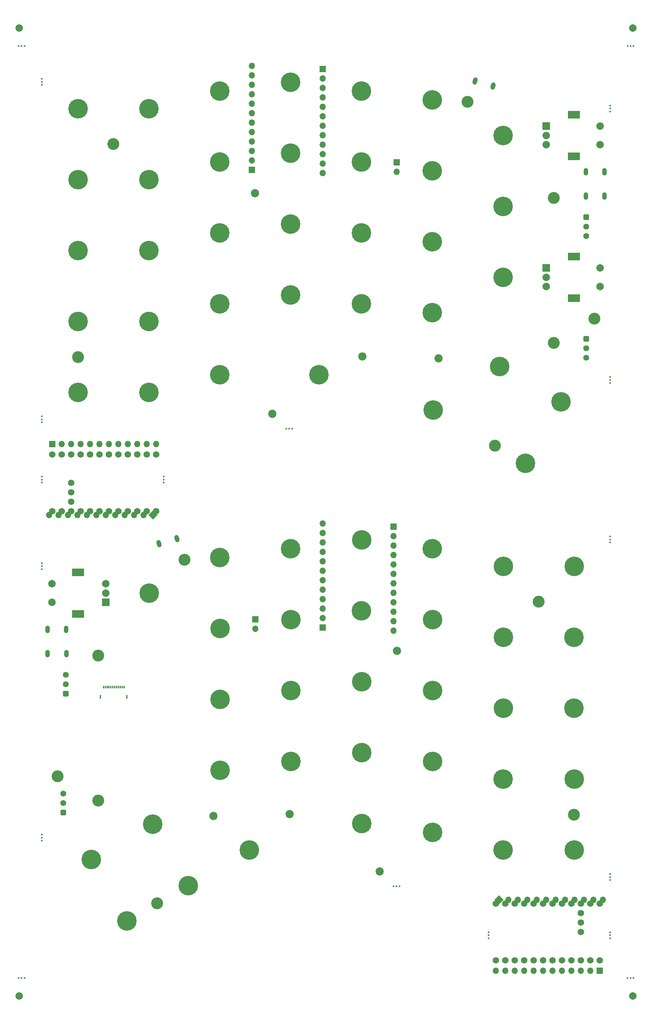
<source format=gbr>
%TF.GenerationSoftware,KiCad,Pcbnew,7.0.8*%
%TF.CreationDate,2024-02-17T13:20:42-05:00*%
%TF.ProjectId,ergothwack,6572676f-7468-4776-9163-6b2e6b696361,rev?*%
%TF.SameCoordinates,Original*%
%TF.FileFunction,Soldermask,Top*%
%TF.FilePolarity,Negative*%
%FSLAX46Y46*%
G04 Gerber Fmt 4.6, Leading zero omitted, Abs format (unit mm)*
G04 Created by KiCad (PCBNEW 7.0.8) date 2024-02-17 13:20:42*
%MOMM*%
%LPD*%
G01*
G04 APERTURE LIST*
G04 Aperture macros list*
%AMRoundRect*
0 Rectangle with rounded corners*
0 $1 Rounding radius*
0 $2 $3 $4 $5 $6 $7 $8 $9 X,Y pos of 4 corners*
0 Add a 4 corners polygon primitive as box body*
4,1,4,$2,$3,$4,$5,$6,$7,$8,$9,$2,$3,0*
0 Add four circle primitives for the rounded corners*
1,1,$1+$1,$2,$3*
1,1,$1+$1,$4,$5*
1,1,$1+$1,$6,$7*
1,1,$1+$1,$8,$9*
0 Add four rect primitives between the rounded corners*
20,1,$1+$1,$2,$3,$4,$5,0*
20,1,$1+$1,$4,$5,$6,$7,0*
20,1,$1+$1,$6,$7,$8,$9,0*
20,1,$1+$1,$8,$9,$2,$3,0*%
%AMHorizOval*
0 Thick line with rounded ends*
0 $1 width*
0 $2 $3 position (X,Y) of the first rounded end (center of the circle)*
0 $4 $5 position (X,Y) of the second rounded end (center of the circle)*
0 Add line between two ends*
20,1,$1,$2,$3,$4,$5,0*
0 Add two circle primitives to create the rounded ends*
1,1,$1,$2,$3*
1,1,$1,$4,$5*%
%AMRotRect*
0 Rectangle, with rotation*
0 The origin of the aperture is its center*
0 $1 length*
0 $2 width*
0 $3 Rotation angle, in degrees counterclockwise*
0 Add horizontal line*
21,1,$1,$2,0,0,$3*%
G04 Aperture macros list end*
%ADD10C,2.000000*%
%ADD11C,0.500000*%
%ADD12R,1.700000X1.700000*%
%ADD13O,1.700000X1.700000*%
%ADD14RotRect,1.700000X1.700000X135.000000*%
%ADD15RotRect,1.700000X1.700000X315.000000*%
%ADD16C,1.752600*%
%ADD17C,5.250000*%
%ADD18R,0.300000X0.700000*%
%ADD19R,0.300000X1.000000*%
%ADD20C,3.200000*%
%ADD21C,2.200000*%
%ADD22HorizOval,1.250000X-0.097057X0.362222X0.097057X-0.362222X0*%
%ADD23C,1.600000*%
%ADD24RoundRect,0.400000X0.400000X0.400000X-0.400000X0.400000X-0.400000X-0.400000X0.400000X-0.400000X0*%
%ADD25O,1.250000X2.000000*%
%ADD26RoundRect,0.400000X-0.400000X-0.400000X0.400000X-0.400000X0.400000X0.400000X-0.400000X0.400000X0*%
%ADD27R,2.000000X2.000000*%
%ADD28R,3.200000X2.000000*%
%ADD29HorizOval,1.250000X-0.097057X-0.362222X0.097057X0.362222X0*%
G04 APERTURE END LIST*
D10*
%TO.C,REF\u002A\u002A*%
X180500000Y-8000000D03*
%TD*%
%TO.C,REF\u002A\u002A*%
X15500000Y-8000000D03*
%TD*%
%TO.C,REF\u002A\u002A*%
X15500000Y-268000000D03*
%TD*%
%TO.C,REF\u002A\u002A*%
X180500000Y-268000000D03*
%TD*%
D11*
%TO.C,mouse-bite-2.54mm-slot*%
X179100000Y-263160000D03*
X179900000Y-263160000D03*
X180700000Y-263160000D03*
%TD*%
%TO.C,mouse-bite-2.54mm-slot*%
X15310000Y-263165000D03*
X16110000Y-263165000D03*
X16910000Y-263165000D03*
%TD*%
%TO.C,mouse-bite-2.54mm-slot*%
X180710000Y-12830000D03*
X179910000Y-12830000D03*
X179110000Y-12830000D03*
%TD*%
%TO.C,mouse-bite-2.54mm-slot*%
X16900000Y-12830000D03*
X16100000Y-12830000D03*
X15300000Y-12830000D03*
%TD*%
%TO.C,mouse-bite-2.54mm-slot*%
X87260000Y-115630000D03*
X88060000Y-115630000D03*
X88860000Y-115630000D03*
%TD*%
%TO.C,mouse-bite-2.54mm-slot*%
X117750000Y-238570000D03*
X116950000Y-238570000D03*
X116150000Y-238570000D03*
%TD*%
%TO.C,mouse-bite-2.54mm-slot*%
X141700000Y-252510000D03*
X141700000Y-251710000D03*
X141700000Y-250910000D03*
%TD*%
%TO.C,mouse-bite-2.54mm-slot*%
X174440000Y-250900000D03*
X174440000Y-251700000D03*
X174440000Y-252500000D03*
%TD*%
%TO.C,mouse-bite-2.54mm-slot*%
X174440000Y-235270000D03*
X174440000Y-236070000D03*
X174440000Y-236870000D03*
%TD*%
%TO.C,mouse-bite-2.54mm-slot*%
X174440000Y-144590000D03*
X174440000Y-145390000D03*
X174440000Y-146190000D03*
%TD*%
%TO.C,mouse-bite-2.54mm-slot*%
X21570000Y-226290000D03*
X21570000Y-225490000D03*
X21570000Y-224690000D03*
%TD*%
%TO.C,mouse-bite-2.54mm-slot*%
X21570000Y-153350000D03*
X21570000Y-152550000D03*
X21570000Y-151750000D03*
%TD*%
%TO.C,mouse-bite-2.54mm-slot*%
X54310000Y-128490000D03*
X54310000Y-129290000D03*
X54310000Y-130090000D03*
%TD*%
%TO.C,mouse-bite-2.54mm-slot*%
X21570000Y-130100000D03*
X21570000Y-129300000D03*
X21570000Y-128500000D03*
%TD*%
%TO.C,mouse-bite-2.54mm-slot*%
X174440000Y-101760000D03*
X174440000Y-102560000D03*
X174440000Y-103360000D03*
%TD*%
%TO.C,mouse-bite-2.54mm-slot*%
X174440000Y-28810000D03*
X174440000Y-29610000D03*
X174440000Y-30410000D03*
%TD*%
%TO.C,mouse-bite-2.54mm-slot*%
X21570000Y-113920000D03*
X21570000Y-113120000D03*
X21570000Y-112320000D03*
%TD*%
%TO.C,mouse-bite-2.54mm-slot*%
X21570000Y-23260000D03*
X21570000Y-22460000D03*
X21570000Y-21660000D03*
%TD*%
D12*
%TO.C,J4*%
X24396997Y-119775628D03*
D13*
X26936997Y-119775628D03*
X29476997Y-119775628D03*
X32016997Y-119775628D03*
X34556997Y-119775628D03*
X37096997Y-119775628D03*
X39636997Y-119775628D03*
X42176997Y-119775628D03*
X44716997Y-119775628D03*
X47256997Y-119775628D03*
X49796997Y-119775628D03*
X52336997Y-119775628D03*
%TD*%
D14*
%TO.C,R-n!n-L-Adapter1*%
X144520000Y-242170000D03*
D13*
X147060000Y-242170000D03*
X149600000Y-242170000D03*
X152140000Y-242170000D03*
X154680000Y-242170000D03*
X157220000Y-242170000D03*
X159760000Y-242170000D03*
X162300000Y-242170000D03*
X164840000Y-242170000D03*
X167380000Y-242170000D03*
X169920000Y-242170000D03*
X172460000Y-242170000D03*
%TD*%
%TO.C,J1*%
X143680000Y-261220000D03*
X146220000Y-261220000D03*
X148760000Y-261220000D03*
X151300000Y-261220000D03*
X153840000Y-261220000D03*
X156380000Y-261220000D03*
X158920000Y-261220000D03*
X161460000Y-261220000D03*
X164000000Y-261220000D03*
X166540000Y-261220000D03*
X169080000Y-261220000D03*
D12*
X171620000Y-261220000D03*
%TD*%
D15*
%TO.C,L-n!n-L-Adapter1*%
X51486997Y-138825628D03*
D13*
X48946997Y-138825628D03*
X46406997Y-138825628D03*
X43866997Y-138825628D03*
X41326997Y-138825628D03*
X38786997Y-138825628D03*
X36246997Y-138825628D03*
X33706997Y-138825628D03*
X31166997Y-138825628D03*
X28626997Y-138825628D03*
X26086997Y-138825628D03*
X23546997Y-138825628D03*
%TD*%
D16*
%TO.C,R-n!n1*%
X166540000Y-250830000D03*
X166540000Y-248290000D03*
X166540000Y-245750000D03*
X143680000Y-258450000D03*
X146220000Y-258450000D03*
X148760000Y-258450000D03*
X151300000Y-258450000D03*
X153840000Y-258450000D03*
X156380000Y-258450000D03*
X158920000Y-258450000D03*
X161460000Y-258450000D03*
X164000000Y-258450000D03*
X166540000Y-258450000D03*
X169080000Y-258450000D03*
X171620000Y-258450000D03*
X171620000Y-243210000D03*
X169080000Y-243210000D03*
X166540000Y-243210000D03*
X164000000Y-243210000D03*
X161460000Y-243210000D03*
X158920000Y-243210000D03*
X156380000Y-243210000D03*
X153840000Y-243210000D03*
X151300000Y-243210000D03*
X148760000Y-243210000D03*
X146220000Y-243210000D03*
X143680000Y-243210000D03*
%TD*%
%TO.C,L-n!n1*%
X52356997Y-137785628D03*
X49816997Y-137785628D03*
X47276997Y-137785628D03*
X44736997Y-137785628D03*
X42196997Y-137785628D03*
X39656997Y-137785628D03*
X37116997Y-137785628D03*
X34576997Y-137785628D03*
X32036997Y-137785628D03*
X29496997Y-137785628D03*
X26956997Y-137785628D03*
X24416997Y-137785628D03*
X24416997Y-122545628D03*
X26956997Y-122545628D03*
X29496997Y-122545628D03*
X32036997Y-122545628D03*
X34576997Y-122545628D03*
X37116997Y-122545628D03*
X39656997Y-122545628D03*
X42196997Y-122545628D03*
X44736997Y-122545628D03*
X47276997Y-122545628D03*
X49816997Y-122545628D03*
X52356997Y-122545628D03*
X29496997Y-135245628D03*
X29496997Y-132705628D03*
X29496997Y-130165628D03*
%TD*%
D17*
%TO.C,R-SW23*%
X51380000Y-221856191D03*
%TD*%
D18*
%TO.C,R-CRQ-CONN1*%
X43660000Y-185041191D03*
X43160000Y-185041191D03*
X42660000Y-185041191D03*
X42160000Y-185041191D03*
X41660000Y-185041191D03*
X41160000Y-185041191D03*
X40660000Y-185041191D03*
X40160000Y-185041191D03*
X39660000Y-185041191D03*
X39160000Y-185041191D03*
X38660000Y-185041191D03*
X38160000Y-185041191D03*
D19*
X44450000Y-187691191D03*
X37370000Y-187691191D03*
%TD*%
D20*
%TO.C,*%
X159265000Y-92557496D03*
%TD*%
D21*
%TO.C,*%
X128255000Y-96717496D03*
%TD*%
%TO.C,*%
X78935000Y-52327496D03*
%TD*%
D20*
%TO.C,*%
X31315000Y-96357496D03*
%TD*%
%TO.C,*%
X143395000Y-120177496D03*
%TD*%
%TO.C,*%
X136085000Y-27857496D03*
%TD*%
%TO.C,*%
X170195000Y-86027496D03*
%TD*%
D21*
%TO.C,*%
X83565000Y-111637496D03*
%TD*%
%TO.C,*%
X107765000Y-96187496D03*
%TD*%
D20*
%TO.C,*%
X159265000Y-53637496D03*
%TD*%
%TO.C,*%
X40845000Y-39197496D03*
%TD*%
D21*
%TO.C,*%
X117075000Y-175266191D03*
%TD*%
%TO.C,*%
X67755000Y-219656191D03*
%TD*%
%TO.C,*%
X112445000Y-234576191D03*
%TD*%
%TO.C,*%
X88245000Y-219126191D03*
%TD*%
D20*
%TO.C,REF\u002A\u002A*%
X164695000Y-219296191D03*
%TD*%
%TO.C,REF\u002A\u002A*%
X155165000Y-162136191D03*
%TD*%
%TO.C,REF\u002A\u002A*%
X59925000Y-150796191D03*
%TD*%
%TO.C,REF\u002A\u002A*%
X36745000Y-176576191D03*
%TD*%
%TO.C,REF\u002A\u002A*%
X36745000Y-215496191D03*
%TD*%
%TO.C,REF\u002A\u002A*%
X25815000Y-208966191D03*
%TD*%
%TO.C,REF\u002A\u002A*%
X52615000Y-243116191D03*
%TD*%
D17*
%TO.C,R-SW1*%
X50420000Y-159786191D03*
%TD*%
D22*
%TO.C,R-TS-RST1*%
X53075185Y-146493239D03*
X57904815Y-145199143D03*
%TD*%
D12*
%TO.C,R-n!n-L-Socket1*%
X116150000Y-141986191D03*
D13*
X116150000Y-144526191D03*
X116150000Y-147066191D03*
X116150000Y-149606191D03*
X116150000Y-152146191D03*
X116150000Y-154686191D03*
X116150000Y-157226191D03*
X116150000Y-159766191D03*
X116150000Y-162306191D03*
X116150000Y-164846191D03*
X116150000Y-167386191D03*
X116150000Y-169926191D03*
%TD*%
D12*
%TO.C,J2*%
X97100000Y-169076191D03*
D13*
X97100000Y-166536191D03*
X97100000Y-163996191D03*
X97100000Y-161456191D03*
X97100000Y-158916191D03*
X97100000Y-156376191D03*
X97100000Y-153836191D03*
X97100000Y-151296191D03*
X97100000Y-148756191D03*
X97100000Y-146216191D03*
X97100000Y-143676191D03*
X97100000Y-141136191D03*
%TD*%
D23*
%TO.C,L-SW-BATT1*%
X168000000Y-96607496D03*
X168000000Y-94067496D03*
D24*
X168000000Y-91527496D03*
%TD*%
D13*
%TO.C,L-n!n-L-Socket1*%
X97090000Y-46987496D03*
X97090000Y-44447496D03*
X97090000Y-41907496D03*
X97090000Y-39367496D03*
X97090000Y-36827496D03*
X97090000Y-34287496D03*
X97090000Y-31747496D03*
X97090000Y-29207496D03*
X97090000Y-26667496D03*
X97090000Y-24127496D03*
X97090000Y-21587496D03*
D12*
X97090000Y-19047496D03*
%TD*%
D13*
%TO.C,J3*%
X78040000Y-18197496D03*
X78040000Y-20737496D03*
X78040000Y-23277496D03*
X78040000Y-25817496D03*
X78040000Y-28357496D03*
X78040000Y-30897496D03*
X78040000Y-33437496D03*
X78040000Y-35977496D03*
X78040000Y-38517496D03*
X78040000Y-41057496D03*
X78040000Y-43597496D03*
D12*
X78040000Y-46137496D03*
%TD*%
D25*
%TO.C,R-TS-LED-UP1*%
X28140000Y-169526191D03*
X23140000Y-169526191D03*
%TD*%
%TO.C,R-TS-LED-DOWN1*%
X28150000Y-176036191D03*
X23150000Y-176036191D03*
%TD*%
D17*
%TO.C,R-SW36*%
X164715000Y-228826191D03*
%TD*%
%TO.C,R-SW35*%
X145660000Y-228826191D03*
%TD*%
%TO.C,R-SW34*%
X126620000Y-224066191D03*
%TD*%
%TO.C,R-SW33*%
X107570000Y-221716191D03*
%TD*%
%TO.C,R-SW32*%
X77420000Y-228846191D03*
%TD*%
%TO.C,R-SW31*%
X60920000Y-238366191D03*
%TD*%
%TO.C,R-SW30*%
X44410000Y-247896191D03*
%TD*%
%TO.C,R-SW29*%
X164720000Y-209776191D03*
%TD*%
%TO.C,R-SW28*%
X145660000Y-209776191D03*
%TD*%
%TO.C,R-SW27*%
X126620000Y-205016191D03*
%TD*%
%TO.C,R-SW26*%
X107570000Y-202656191D03*
%TD*%
%TO.C,R-SW25*%
X88520000Y-205016191D03*
%TD*%
%TO.C,R-SW24*%
X69470000Y-207416191D03*
%TD*%
%TO.C,R-SW22*%
X34880000Y-231386191D03*
%TD*%
%TO.C,R-SW21*%
X164710000Y-190716191D03*
%TD*%
%TO.C,R-SW20*%
X145670000Y-190726191D03*
%TD*%
%TO.C,R-SW19*%
X126625000Y-185966191D03*
%TD*%
%TO.C,R-SW18*%
X107580000Y-183586191D03*
%TD*%
%TO.C,R-SW17*%
X88520000Y-185966191D03*
%TD*%
%TO.C,R-SW16*%
X69470000Y-188356191D03*
%TD*%
%TO.C,R-SW14*%
X164710000Y-171676191D03*
%TD*%
%TO.C,R-SW13*%
X145665000Y-171676191D03*
%TD*%
%TO.C,R-SW12*%
X126620000Y-166916191D03*
%TD*%
%TO.C,R-SW11*%
X107560000Y-164556191D03*
%TD*%
%TO.C,R-SW10*%
X88520000Y-166916191D03*
%TD*%
%TO.C,R-SW9*%
X69470000Y-169316191D03*
%TD*%
%TO.C,R-SW7*%
X164715000Y-152626191D03*
%TD*%
%TO.C,R-SW6*%
X145670000Y-152626191D03*
%TD*%
%TO.C,R-SW5*%
X126600000Y-147866191D03*
%TD*%
%TO.C,R-SW4*%
X107580000Y-145506191D03*
%TD*%
%TO.C,R-SW3*%
X88510000Y-147866191D03*
%TD*%
%TO.C,R-SW2*%
X69460000Y-150266191D03*
%TD*%
D26*
%TO.C,R-SW-LED1*%
X28009500Y-186860791D03*
D23*
X28009500Y-184320791D03*
X28009500Y-181780791D03*
%TD*%
D26*
%TO.C,R-SW-BATT1*%
X27310000Y-218746191D03*
D23*
X27310000Y-216206191D03*
X27310000Y-213666191D03*
%TD*%
D27*
%TO.C,R-RE0*%
X38810000Y-162286191D03*
D10*
X38810000Y-157286191D03*
X38810000Y-159786191D03*
D28*
X31310000Y-154186191D03*
X31310000Y-165386191D03*
D10*
X24310000Y-157286191D03*
X24310000Y-162286191D03*
%TD*%
D12*
%TO.C,R-BATT-CONN1*%
X79020000Y-166846191D03*
D13*
X79020000Y-169386191D03*
%TD*%
D29*
%TO.C,L-TS-RST1*%
X142939076Y-23549739D03*
X138109446Y-22255643D03*
%TD*%
D25*
%TO.C,L-TS-LED-UP1*%
X172870000Y-46587496D03*
X167870000Y-46587496D03*
%TD*%
%TO.C,L-TS-LED-DOWN1*%
X172860000Y-53097496D03*
X167860000Y-53097496D03*
%TD*%
D17*
%TO.C,L-SW38*%
X161160000Y-108447496D03*
%TD*%
%TO.C,L-SW37*%
X151620000Y-124957496D03*
%TD*%
%TO.C,L-SW36*%
X126850000Y-110657496D03*
%TD*%
%TO.C,L-SW35*%
X96080000Y-101127496D03*
%TD*%
%TO.C,L-SW34*%
X69410000Y-101127496D03*
%TD*%
%TO.C,L-SW33*%
X50370000Y-105887496D03*
%TD*%
%TO.C,L-SW32*%
X31310000Y-105887496D03*
%TD*%
%TO.C,L-SW30*%
X144650000Y-98917496D03*
%TD*%
%TO.C,L-SW29*%
X126560000Y-84477496D03*
%TD*%
%TO.C,L-SW28*%
X107510000Y-82077496D03*
%TD*%
%TO.C,L-SW27*%
X88460000Y-79717496D03*
%TD*%
%TO.C,L-SW26*%
X69410000Y-82077496D03*
%TD*%
%TO.C,L-SW25*%
X50370000Y-86837496D03*
%TD*%
%TO.C,L-SW24*%
X31310000Y-86837496D03*
%TD*%
%TO.C,L-SW22*%
X145610000Y-74947496D03*
%TD*%
%TO.C,L-SW21*%
X126560000Y-65417496D03*
%TD*%
%TO.C,L-SW20*%
X107510000Y-63027496D03*
%TD*%
%TO.C,L-SW19*%
X88460000Y-60647496D03*
%TD*%
%TO.C,L-SW18*%
X69410000Y-63027496D03*
%TD*%
%TO.C,L-SW17*%
X50360000Y-67787496D03*
%TD*%
%TO.C,L-SW16*%
X31320000Y-67777496D03*
%TD*%
%TO.C,L-SW14*%
X145620000Y-55897496D03*
%TD*%
%TO.C,L-SW13*%
X126560000Y-46377496D03*
%TD*%
%TO.C,L-SW12*%
X107510000Y-43977496D03*
%TD*%
%TO.C,L-SW11*%
X88470000Y-41617496D03*
%TD*%
%TO.C,L-SW10*%
X69410000Y-43977496D03*
%TD*%
%TO.C,L-SW9*%
X50360000Y-48737496D03*
%TD*%
%TO.C,L-SW8*%
X31320000Y-48737496D03*
%TD*%
%TO.C,L-SW6*%
X145610000Y-36847496D03*
%TD*%
%TO.C,L-SW5*%
X126560000Y-27327496D03*
%TD*%
%TO.C,L-SW4*%
X107520000Y-24927496D03*
%TD*%
%TO.C,L-SW3*%
X88460000Y-22567496D03*
%TD*%
%TO.C,L-SW2*%
X69420000Y-24927496D03*
%TD*%
%TO.C,L-SW1*%
X50360000Y-29687496D03*
%TD*%
%TO.C,L-SW0*%
X31310000Y-29687496D03*
%TD*%
D23*
%TO.C,L-SW-LED1*%
X168000500Y-63912896D03*
X168000500Y-61372896D03*
D24*
X168000500Y-58832896D03*
%TD*%
D10*
%TO.C,L-RE1*%
X171700000Y-72447496D03*
X171700000Y-77447496D03*
D28*
X164700000Y-69347496D03*
X164700000Y-80547496D03*
D10*
X157200000Y-74947496D03*
X157200000Y-77447496D03*
D27*
X157200000Y-72447496D03*
%TD*%
D10*
%TO.C,L-RE0*%
X171700000Y-34347496D03*
X171700000Y-39347496D03*
D28*
X164700000Y-31247496D03*
X164700000Y-42447496D03*
D10*
X157200000Y-36847496D03*
X157200000Y-39347496D03*
D27*
X157200000Y-34347496D03*
%TD*%
D13*
%TO.C,L-BATT-CONN1*%
X117000000Y-46632496D03*
D12*
X117000000Y-44092496D03*
%TD*%
M02*

</source>
